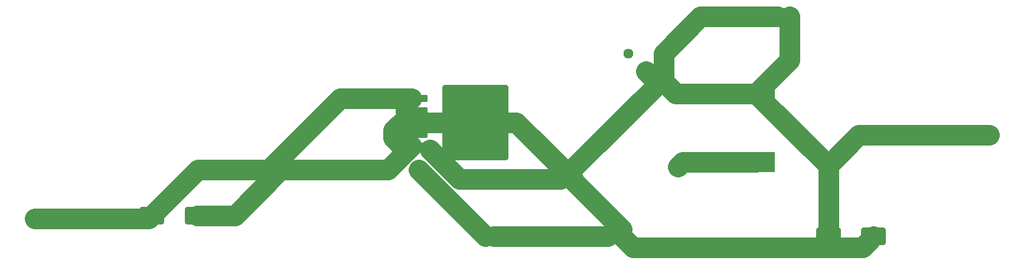
<source format=gbr>
%TF.GenerationSoftware,KiCad,Pcbnew,9.0.3*%
%TF.CreationDate,2025-07-20T02:49:59+05:30*%
%TF.ProjectId,BUCK CONVERTER FINAL,4255434b-2043-44f4-9e56-455254455220,rev?*%
%TF.SameCoordinates,Original*%
%TF.FileFunction,Soldermask,Top*%
%TF.FilePolarity,Negative*%
%FSLAX46Y46*%
G04 Gerber Fmt 4.6, Leading zero omitted, Abs format (unit mm)*
G04 Created by KiCad (PCBNEW 9.0.3) date 2025-07-20 02:49:59*
%MOMM*%
%LPD*%
G01*
G04 APERTURE LIST*
G04 Aperture macros list*
%AMRoundRect*
0 Rectangle with rounded corners*
0 $1 Rounding radius*
0 $2 $3 $4 $5 $6 $7 $8 $9 X,Y pos of 4 corners*
0 Add a 4 corners polygon primitive as box body*
4,1,4,$2,$3,$4,$5,$6,$7,$8,$9,$2,$3,0*
0 Add four circle primitives for the rounded corners*
1,1,$1+$1,$2,$3*
1,1,$1+$1,$4,$5*
1,1,$1+$1,$6,$7*
1,1,$1+$1,$8,$9*
0 Add four rect primitives between the rounded corners*
20,1,$1+$1,$2,$3,$4,$5,0*
20,1,$1+$1,$4,$5,$6,$7,0*
20,1,$1+$1,$6,$7,$8,$9,0*
20,1,$1+$1,$8,$9,$2,$3,0*%
G04 Aperture macros list end*
%ADD10R,5.400000X2.900000*%
%ADD11RoundRect,0.250000X-2.050000X-0.300000X2.050000X-0.300000X2.050000X0.300000X-2.050000X0.300000X0*%
%ADD12RoundRect,0.250002X-4.449998X-5.149998X4.449998X-5.149998X4.449998X5.149998X-4.449998X5.149998X0*%
%ADD13C,1.440000*%
%ADD14RoundRect,0.237500X-0.250000X-0.237500X0.250000X-0.237500X0.250000X0.237500X-0.250000X0.237500X0*%
%ADD15RoundRect,0.250000X-0.825000X-0.825000X0.825000X-0.825000X0.825000X0.825000X-0.825000X0.825000X0*%
%ADD16RoundRect,0.250000X-0.375000X-0.625000X0.375000X-0.625000X0.375000X0.625000X-0.375000X0.625000X0*%
%ADD17RoundRect,0.237500X-0.300000X-0.237500X0.300000X-0.237500X0.300000X0.237500X-0.300000X0.237500X0*%
%ADD18RoundRect,0.250000X-1.500000X-1.000000X1.500000X-1.000000X1.500000X1.000000X-1.500000X1.000000X0*%
%ADD19C,3.000000*%
G04 APERTURE END LIST*
D10*
%TO.C,L1*%
X174200000Y-84650000D03*
X174200000Y-94550000D03*
%TD*%
D11*
%TO.C,U1*%
X124800000Y-85400000D03*
X124800000Y-87100000D03*
X124800000Y-88800000D03*
D12*
X133950000Y-88800000D03*
D11*
X124800000Y-90500000D03*
X124800000Y-92200000D03*
%TD*%
D13*
%TO.C,R2*%
X160940000Y-78920000D03*
X158400000Y-81460000D03*
X155860000Y-78920000D03*
%TD*%
D14*
%TO.C,R1*%
X146175000Y-97000000D03*
X148000000Y-97000000D03*
%TD*%
D15*
%TO.C,J2*%
X207600000Y-90600000D03*
%TD*%
%TO.C,J1*%
X70800000Y-102600000D03*
%TD*%
D16*
%TO.C,D1*%
X152200000Y-105200000D03*
X155000000Y-105200000D03*
%TD*%
D17*
%TO.C,C4*%
X177275000Y-73600000D03*
X179000000Y-73600000D03*
%TD*%
D18*
%TO.C,C3*%
X184550000Y-105200000D03*
X191050000Y-105200000D03*
%TD*%
%TO.C,C2*%
X87550000Y-102200000D03*
X94050000Y-102200000D03*
%TD*%
D17*
%TO.C,C1*%
X104337500Y-95600000D03*
X106062500Y-95600000D03*
%TD*%
D19*
X152939566Y-105200000D02*
X154044620Y-104094946D01*
X152200000Y-105200000D02*
X152939566Y-105200000D01*
X163000000Y-95200000D02*
X163650000Y-94550000D01*
X163650000Y-94550000D02*
X174200000Y-94550000D01*
X191050000Y-105200000D02*
X189499000Y-106751000D01*
X156551000Y-106751000D02*
X155000000Y-105200000D01*
X189499000Y-106751000D02*
X156551000Y-106751000D01*
X184550000Y-105200000D02*
X184550000Y-95000000D01*
X159340000Y-82400000D02*
X158400000Y-81460000D01*
X184550000Y-95000000D02*
X174200000Y-84650000D01*
X152200000Y-105200000D02*
X136600000Y-105200000D01*
X160940000Y-82460000D02*
X160940000Y-78920000D01*
X148000000Y-97200000D02*
X155000000Y-104200000D01*
X179000000Y-73600000D02*
X179000000Y-79850000D01*
X159800000Y-82400000D02*
X159340000Y-82400000D01*
X179000000Y-79850000D02*
X174200000Y-84650000D01*
X148200000Y-95200000D02*
X160940000Y-82460000D01*
X207600000Y-90600000D02*
X188950000Y-90600000D01*
X188950000Y-90600000D02*
X184550000Y-95000000D01*
X166260000Y-73600000D02*
X160940000Y-78920000D01*
X174200000Y-84650000D02*
X162650000Y-84650000D01*
X162650000Y-84650000D02*
X161200000Y-83200000D01*
X177275000Y-73600000D02*
X166260000Y-73600000D01*
X148000000Y-97000000D02*
X139800000Y-88800000D01*
X135400000Y-105200000D02*
X125800000Y-95600000D01*
X146175000Y-97000000D02*
X131665840Y-97000000D01*
X139800000Y-88800000D02*
X133950000Y-88800000D01*
X94150000Y-95600000D02*
X104337500Y-95600000D01*
X94050000Y-102200000D02*
X99462500Y-102200000D01*
X87550000Y-102200000D02*
X94150000Y-95600000D01*
X131665840Y-97000000D02*
X127401000Y-92735160D01*
X70800000Y-102600000D02*
X87150000Y-102600000D01*
X99462500Y-102200000D02*
X106062500Y-95600000D01*
X123363840Y-92200000D02*
X122199000Y-91035160D01*
X114537500Y-85400000D02*
X124800000Y-85400000D01*
X104337500Y-95600000D02*
X114537500Y-85400000D01*
X106062500Y-95600000D02*
X121400000Y-95600000D01*
X121400000Y-95600000D02*
X124800000Y-92200000D01*
X124800000Y-88800000D02*
X133950000Y-88800000D01*
X122199000Y-89964840D02*
X123363840Y-88800000D01*
X122199000Y-91035160D02*
X122199000Y-89964840D01*
X123363840Y-88800000D02*
X124800000Y-88800000D01*
M02*

</source>
